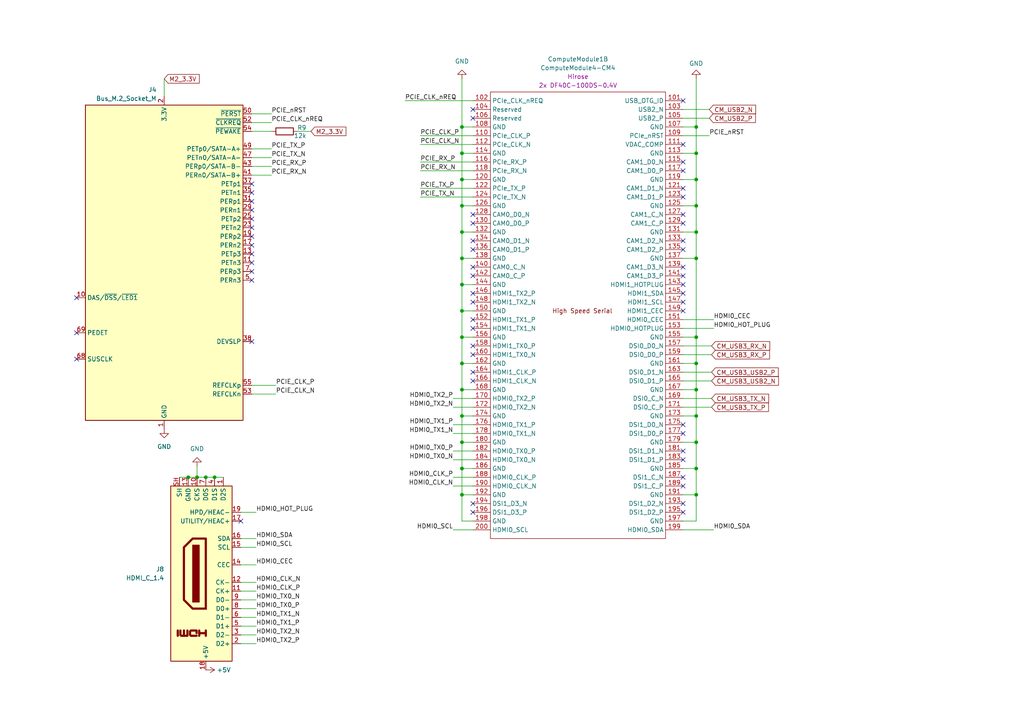
<source format=kicad_sch>
(kicad_sch (version 20231120) (generator "eeschema") (generator_version "8.0")
  (paper "A4")
  (lib_symbols
    (symbol "Connector:Bus_M.2_Socket_M"
      (property "Reference" "J" (at -22.86 46.99 0))
      (property "Value" "Bus_M.2_Socket_M" (at 16.51 46.99 0))
      (symbol "Bus_M.2_Socket_M_0_1"
        (rectangle (start -22.86 45.72) (end 22.86 -45.72) (stroke (width 0.254)) (fill (type background)))
      )
      (symbol "Bus_M.2_Socket_M_1_1"
        (pin power_in line (at 0 -48.26 90) (length 2.54) (name "GND") (number "1"))
        (pin bidirectional line (at 25.4 -10.16 180) (length 2.54) (name "DAS/~{DSS}/~{LED1}") (number "10"))
        (pin output line (at -25.4 0 0) (length 2.54) (name "PETn3") (number "11"))
        (pin passive line (at 0 48.26 270) (length 2.54) hide (name "3.3V") (number "12"))
        (pin output line (at -25.4 2.54 0) (length 2.54) (name "PETp3") (number "13"))
        (pin passive line (at 0 48.26 270) (length 2.54) hide (name "3.3V") (number "14"))
        (pin passive line (at 0 -48.26 90) (length 2.54) hide (name "GND") (number "15"))
        (pin passive line (at 0 48.26 270) (length 2.54) hide (name "3.3V") (number "16"))
        (pin input line (at -25.4 5.08 0) (length 2.54) (name "PERn2") (number "17"))
        (pin passive line (at 0 48.26 270) (length 2.54) hide (name "3.3V") (number "18"))
        (pin input line (at -25.4 7.62 0) (length 2.54) (name "PERp2") (number "19"))
        (pin power_in line (at 0 48.26 270) (length 2.54) (name "3.3V") (number "2"))
        (pin no_connect line (at 22.86 2.54 180) (length 2.54) hide (name "NC") (number "20"))
        (pin passive line (at 0 -48.26 90) (length 2.54) hide (name "GND") (number "21"))
        (pin no_connect line (at 22.86 5.08 180) (length 2.54) hide (name "NC") (number "22"))
        (pin output line (at -25.4 10.16 0) (length 2.54) (name "PETn2") (number "23"))
        (pin no_connect line (at 22.86 7.62 180) (length 2.54) hide (name "NC") (number "24"))
        (pin output line (at -25.4 12.7 0) (length 2.54) (name "PETp2") (number "25"))
        (pin no_connect line (at 22.86 10.16 180) (length 2.54) hide (name "NC") (number "26"))
        (pin passive line (at 0 -48.26 90) (length 2.54) hide (name "GND") (number "27"))
        (pin no_connect line (at 22.86 12.7 180) (length 2.54) hide (name "NC") (number "28"))
        (pin input line (at -25.4 15.24 0) (length 2.54) (name "PERn1") (number "29"))
        (pin passive line (at 0 -48.26 90) (length 2.54) hide (name "GND") (number "3"))
        (pin no_connect line (at 22.86 15.24 180) (length 2.54) hide (name "NC") (number "30"))
        (pin input line (at -25.4 17.78 0) (length 2.54) (name "PERp1") (number "31"))
        (pin no_connect line (at 22.86 17.78 180) (length 2.54) hide (name "NC") (number "32"))
        (pin passive line (at 0 -48.26 90) (length 2.54) hide (name "GND") (number "33"))
        (pin no_connect line (at 22.86 20.32 180) (length 2.54) hide (name "NC") (number "34"))
        (pin output line (at -25.4 20.32 0) (length 2.54) (name "PETn1") (number "35"))
        (pin no_connect line (at 22.86 22.86 180) (length 2.54) hide (name "NC") (number "36"))
        (pin output line (at -25.4 22.86 0) (length 2.54) (name "PETp1") (number "37"))
        (pin output line (at -25.4 -22.86 0) (length 2.54) (name "DEVSLP") (number "38"))
        (pin passive line (at 0 -48.26 90) (length 2.54) hide (name "GND") (number "39"))
        (pin passive line (at 0 48.26 270) (length 2.54) hide (name "3.3V") (number "4"))
        (pin no_connect line (at 22.86 25.4 180) (length 2.54) hide (name "NC") (number "40"))
        (pin input line (at -25.4 25.4 0) (length 2.54) (name "PERn0/SATA-B+") (number "41"))
        (pin no_connect line (at 22.86 27.94 180) (length 2.54) hide (name "NC") (number "42"))
        (pin input line (at -25.4 27.94 0) (length 2.54) (name "PERp0/SATA-B-") (number "43"))
        (pin no_connect line (at 22.86 30.48 180) (length 2.54) hide (name "NC") (number "44"))
        (pin passive line (at 0 -48.26 90) (length 2.54) hide (name "GND") (number "45"))
        (pin no_connect line (at 22.86 33.02 180) (length 2.54) hide (name "NC") (number "46"))
        (pin output line (at -25.4 30.48 0) (length 2.54) (name "PETn0/SATA-A-") (number "47"))
        (pin no_connect line (at 22.86 35.56 180) (length 2.54) hide (name "NC") (number "48"))
        (pin output line (at -25.4 33.02 0) (length 2.54) (name "PETp0/SATA-A+") (number "49"))
        (pin input line (at -25.4 -5.08 0) (length 2.54) (name "PERn3") (number "5"))
        (pin output line (at -25.4 43.18 0) (length 2.54) (name "~{PERST}") (number "50"))
        (pin passive line (at 0 -48.26 90) (length 2.54) hide (name "GND") (number "51"))
        (pin bidirectional line (at -25.4 40.64 0) (length 2.54) (name "~{CLKREQ}") (number "52"))
        (pin output line (at -25.4 -38.1 0) (length 2.54) (name "REFCLKn") (number "53"))
        (pin bidirectional line (at -25.4 38.1 0) (length 2.54) (name "~{PEWAKE}") (number "54"))
        (pin output line (at -25.4 -35.56 0) (length 2.54) (name "REFCLKp") (number "55"))
        (pin no_connect line (at 22.86 38.1 180) (length 2.54) hide (name "NC") (number "56"))
        (pin passive line (at 0 -48.26 90) (length 2.54) hide (name "GND") (number "57"))
        (pin no_connect line (at 22.86 40.64 180) (length 2.54) hide (name "NC") (number "58"))
        (pin no_connect line (at 22.86 -2.54 180) (length 2.54) hide (name "NC") (number "6"))
        (pin no_connect line (at 22.86 -5.08 180) (length 2.54) hide (name "NC") (number "67"))
        (pin output line (at 25.4 -27.94 180) (length 2.54) (name "SUSCLK") (number "68"))
        (pin passive line (at 25.4 -20.32 180) (length 2.54) (name "PEDET") (number "69"))
        (pin input line (at -25.4 -2.54 0) (length 2.54) (name "PERp3") (number "7"))
        (pin passive line (at 0 48.26 270) (length 2.54) hide (name "3.3V") (number "70"))
        (pin passive line (at 0 -48.26 90) (length 2.54) hide (name "GND") (number "71"))
        (pin passive line (at 0 48.26 270) (length 2.54) hide (name "3.3V") (number "72"))
        (pin passive line (at 0 -48.26 90) (length 2.54) hide (name "GND") (number "73"))
        (pin passive line (at 0 48.26 270) (length 2.54) hide (name "3.3V") (number "74"))
        (pin passive line (at 0 -48.26 90) (length 2.54) hide (name "GND") (number "75"))
        (pin no_connect line (at 22.86 0 180) (length 2.54) hide (name "NC") (number "8"))
        (pin passive line (at 0 -48.26 90) (length 2.54) hide (name "GND") (number "9"))
      )
    )
    (symbol "Connector:HDMI_C_1.4"
      (property "Reference" "J" (at -6.35 26.67 0))
      (property "Value" "HDMI_C_1.4" (at 10.16 26.67 0))
      (symbol "HDMI_C_1.4_0_0"
        (polyline (pts (xy 8.128 16.51) (xy 8.128 18.034)) (stroke (width 0.635)))
        (polyline (pts (xy 0 16.51) (xy 0 18.034) (xy 0 17.272) (xy 1.905 17.272) (xy 1.905 18.034) (xy 1.905 16.51)) (stroke (width 0.635)))
        (polyline (pts (xy 2.667 18.034) (xy 4.318 18.034) (xy 4.572 17.78) (xy 4.572 16.764) (xy 4.318 16.51) (xy 2.667 16.51) (xy 2.667 17.272)) (stroke (width 0.635)))
      )
      (symbol "HDMI_C_1.4_0_1"
        (rectangle (start -7.62 25.4) (end 10.16 -25.4) (stroke (width 0.254)) (fill (type background)))
        (polyline (pts (xy 0 10.16) (xy 3.81 10.16) (xy 6.35 7.62) (xy 6.35 -7.62) (xy 3.81 -10.16) (xy 0 -10.16) (xy 0 10.16)) (stroke (width 0.635)))
        (polyline (pts (xy 5.334 16.51) (xy 5.334 18.034) (xy 6.35 18.034) (xy 6.35 16.51) (xy 6.35 18.034) (xy 7.112 18.034) (xy 7.366 17.78) (xy 7.366 16.51)) (stroke (width 0.635)))
        (rectangle (start 1.905 8.255) (end 3.81 -8.255) (stroke (width 0.254)) (fill (type outline)))
      )
      (symbol "HDMI_C_1.4_1_1"
        (pin power_in line (at -5.08 -27.94 90) (length 2.54) (name "D2S") (number "1"))
        (pin power_in line (at 2.54 -27.94 90) (length 2.54) (name "CKS") (number "10"))
        (pin passive line (at -10.16 5.08 0) (length 2.54) (name "CK+") (number "11"))
        (pin passive line (at -10.16 2.54 0) (length 2.54) (name "CK-") (number "12"))
        (pin power_in line (at 5.08 -27.94 90) (length 2.54) (name "GND") (number "13"))
        (pin bidirectional line (at -10.16 -2.54 0) (length 2.54) (name "CEC") (number "14"))
        (pin passive line (at -10.16 -7.62 0) (length 2.54) (name "SCL") (number "15"))
        (pin bidirectional line (at -10.16 -10.16 0) (length 2.54) (name "SDA") (number "16"))
        (pin passive line (at -10.16 -15.24 0) (length 2.54) (name "UTILITY/HEAC+") (number "17"))
        (pin power_in line (at 0 27.94 270) (length 2.54) (name "+5V") (number "18"))
        (pin passive line (at -10.16 -17.78 0) (length 2.54) (name "HPD/HEAC-") (number "19"))
        (pin passive line (at -10.16 20.32 0) (length 2.54) (name "D2+") (number "2"))
        (pin passive line (at -10.16 17.78 0) (length 2.54) (name "D2-") (number "3"))
        (pin power_in line (at -2.54 -27.94 90) (length 2.54) (name "D1S") (number "4"))
        (pin passive line (at -10.16 15.24 0) (length 2.54) (name "D1+") (number "5"))
        (pin passive line (at -10.16 12.7 0) (length 2.54) (name "D1-") (number "6"))
        (pin power_in line (at 0 -27.94 90) (length 2.54) (name "D0S") (number "7"))
        (pin passive line (at -10.16 10.16 0) (length 2.54) (name "D0+") (number "8"))
        (pin passive line (at -10.16 7.62 0) (length 2.54) (name "D0-") (number "9"))
        (pin passive line (at 7.62 -27.94 90) (length 2.54) (name "SH") (number "SH"))
      )
    )
    (symbol "Device:R" (pin_numbers hide) (pin_names (offset 0))
      (property "Reference" "R" (at 2.032 0 90))
      (property "Value" "R" (at 0 0 90))
      (symbol "R_0_1"
        (rectangle (start -1.016 -2.54) (end 1.016 2.54) (stroke (width 0.254)))
      )
      (symbol "R_1_1"
        (pin passive line (at 0 3.81 270) (length 1.27) (name "~") (number "1"))
        (pin passive line (at 0 -3.81 90) (length 1.27) (name "~") (number "2"))
      )
    )
    (symbol "PiCard:ComputeModule4-CM4"
      (property "Reference" "Module" (at 113.03 -68.58 0))
      (property "Value" "ComputeModule4-CM4" (at 140.97 2.54 0))
      (property "Field4" "Hirose" (at 0 0 0))
      (property "Field5" "2x DF40C-100DS-0.4V" (at 0 -2.54 0))
      (symbol "ComputeModule4-CM4_1_0"
        (text "GPIO" (at 0 6.35 0) (effects (font (size 1.27 1.27))))
      )
      (symbol "ComputeModule4-CM4_1_1"
        (rectangle (start -30.48 -71.12) (end 25.4 58.42))
        (text "600mA Max" (at -8.89 -53.34 0) (effects (font (size 1.27 1.27))))
        (text "600mA Max" (at -8.89 -48.26 0) (effects (font (size 1.27 1.27))))
        (text "NB SD signals are only available" (at -1.27 -27.94 0) (effects (font (size 1.27 1.27))))
        (text "on modules without eMMC" (at -1.27 -30.48 0) (effects (font (size 1.27 1.27))))
        (pin power_in line (at 27.94 55.88 180) (length 2.54) (name "GND") (number "1"))
        (pin passive line (at -33.02 45.72 0) (length 2.54) (name "Ethernet_Pair0_N") (number "10"))
        (pin output line (at -33.02 -68.58 0) (length 2.54) (name "nEXTRST") (number "100"))
        (pin passive line (at 27.94 43.18 180) (length 2.54) (name "Ethernet_Pair2_P") (number "11"))
        (pin passive line (at -33.02 43.18 0) (length 2.54) (name "Ethernet_Pair0_P") (number "12"))
        (pin power_in line (at 27.94 40.64 180) (length 2.54) (name "GND") (number "13"))
        (pin power_in line (at -33.02 40.64 0) (length 2.54) (name "GND") (number "14"))
        (pin output line (at 27.94 38.1 180) (length 2.54) (name "Ethernet_nLED3(3.3v)") (number "15"))
        (pin input line (at -33.02 38.1 0) (length 2.54) (name "Ethernet_SYNC_IN(1.8v)") (number "16"))
        (pin output line (at 27.94 35.56 180) (length 2.54) (name "Ethernet_nLED2(3.3v)") (number "17"))
        (pin input line (at -33.02 35.56 0) (length 2.54) (name "Ethernet_SYNC_OUT(1.8v)") (number "18"))
        (pin output line (at 27.94 33.02 180) (length 2.54) (name "Ethernet_nLED1(3.3v)") (number "19"))
        (pin power_in line (at -33.02 55.88 0) (length 2.54) (name "GND") (number "2"))
        (pin passive line (at -33.02 33.02 0) (length 2.54) (name "EEPROM_nWP") (number "20"))
        (pin open_collector line (at 27.94 30.48 180) (length 2.54) (name "PI_nLED_Activity") (number "21"))
        (pin power_in line (at -33.02 30.48 0) (length 2.54) (name "GND") (number "22"))
        (pin power_in line (at 27.94 27.94 180) (length 2.54) (name "GND") (number "23"))
        (pin passive line (at -33.02 27.94 0) (length 2.54) (name "GPIO26") (number "24"))
        (pin passive line (at 27.94 25.4 180) (length 2.54) (name "GPIO21") (number "25"))
        (pin passive line (at -33.02 25.4 0) (length 2.54) (name "GPIO19") (number "26"))
        (pin passive line (at 27.94 22.86 180) (length 2.54) (name "GPIO20") (number "27"))
        (pin passive line (at -33.02 22.86 0) (length 2.54) (name "GPIO13") (number "28"))
        (pin passive line (at 27.94 20.32 180) (length 2.54) (name "GPIO16") (number "29"))
        (pin passive line (at 27.94 53.34 180) (length 2.54) (name "Ethernet_Pair3_P") (number "3"))
        (pin passive line (at -33.02 20.32 0) (length 2.54) (name "GPIO6") (number "30"))
        (pin passive line (at 27.94 17.78 180) (length 2.54) (name "GPIO12") (number "31"))
        (pin power_in line (at -33.02 17.78 0) (length 2.54) (name "GND") (number "32"))
        (pin power_in line (at 27.94 15.24 180) (length 2.54) (name "GND") (number "33"))
        (pin passive line (at -33.02 15.24 0) (length 2.54) (name "GPIO5") (number "34"))
        (pin passive line (at 27.94 12.7 180) (length 2.54) (name "ID_SC") (number "35"))
        (pin passive line (at -33.02 12.7 0) (length 2.54) (name "ID_SD") (number "36"))
        (pin passive line (at 27.94 10.16 180) (length 2.54) (name "GPIO7") (number "37"))
        (pin passive line (at -33.02 10.16 0) (length 2.54) (name "GPIO11") (number "38"))
        (pin passive line (at 27.94 7.62 180) (length 2.54) (name "GPIO8") (number "39"))
        (pin passive line (at -33.02 53.34 0) (length 2.54) (name "Ethernet_Pair1_P") (number "4"))
        (pin passive line (at -33.02 7.62 0) (length 2.54) (name "GPIO9") (number "40"))
        (pin passive line (at 27.94 5.08 180) (length 2.54) (name "GPIO25") (number "41"))
        (pin power_in line (at -33.02 5.08 0) (length 2.54) (name "GND") (number "42"))
        (pin power_in line (at 27.94 2.54 180) (length 2.54) (name "GND") (number "43"))
        (pin passive line (at -33.02 2.54 0) (length 2.54) (name "GPIO10") (number "44"))
        (pin passive line (at 27.94 0 180) (length 2.54) (name "GPIO24") (number "45"))
        (pin passive line (at -33.02 0 0) (length 2.54) (name "GPIO22") (number "46"))
        (pin passive line (at 27.94 -2.54 180) (length 2.54) (name "GPIO23") (number "47"))
        (pin passive line (at -33.02 -2.54 0) (length 2.54) (name "GPIO27") (number "48"))
        (pin passive line (at 27.94 -5.08 180) (length 2.54) (name "GPIO18") (number "49"))
        (pin passive line (at 27.94 50.8 180) (length 2.54) (name "Ethernet_Pair3_N") (number "5"))
        (pin passive line (at -33.02 -5.08 0) (length 2.54) (name "GPIO17") (number "50"))
        (pin passive line (at 27.94 -7.62 180) (length 2.54) (name "GPIO15") (number "51"))
        (pin power_in line (at -33.02 -7.62 0) (length 2.54) (name "GND") (number "52"))
        (pin power_in line (at 27.94 -10.16 180) (length 2.54) (name "GND") (number "53"))
        (pin passive line (at -33.02 -10.16 0) (length 2.54) (name "GPIO4") (number "54"))
        (pin passive line (at 27.94 -12.7 180) (length 2.54) (name "GPIO14") (number "55"))
        (pin passive line (at -33.02 -12.7 0) (length 2.54) (name "GPIO3") (number "56"))
        (pin passive line (at 27.94 -15.24 180) (length 2.54) (name "SD_CLK") (number "57"))
        (pin passive line (at -33.02 -15.24 0) (length 2.54) (name "GPIO2") (number "58"))
        (pin power_in line (at 27.94 -17.78 180) (length 2.54) (name "GND") (number "59"))
        (pin passive line (at -33.02 50.8 0) (length 2.54) (name "Ethernet_Pair1_N") (number "6"))
        (pin power_in line (at -33.02 -17.78 0) (length 2.54) (name "GND") (number "60"))
        (pin passive line (at 27.94 -20.32 180) (length 2.54) (name "SD_DAT3") (number "61"))
        (pin passive line (at -33.02 -20.32 0) (length 2.54) (name "SD_CMD") (number "62"))
        (pin passive line (at 27.94 -22.86 180) (length 2.54) (name "SD_DAT0") (number "63"))
        (pin passive line (at -33.02 -22.86 0) (length 2.54) (name "SD_DAT5") (number "64"))
        (pin power_in line (at 27.94 -25.4 180) (length 2.54) (name "GND") (number "65"))
        (pin power_in line (at -33.02 -25.4 0) (length 2.54) (name "GND") (number "66"))
        (pin passive line (at 27.94 -27.94 180) (length 2.54) (name "SD_DAT1") (number "67"))
        (pin passive line (at -33.02 -27.94 0) (length 2.54) (name "SD_DAT4") (number "68"))
        (pin passive line (at 27.94 -30.48 180) (length 2.54) (name "SD_DAT2") (number "69"))
        (pin power_in line (at 27.94 48.26 180) (length 2.54) (name "GND") (number "7"))
        (pin passive line (at -33.02 -30.48 0) (length 2.54) (name "SD_DAT7") (number "70"))
        (pin power_in line (at 27.94 -33.02 180) (length 2.54) (name "GND") (number "71"))
        (pin passive line (at -33.02 -33.02 0) (length 2.54) (name "SD_DAT6") (number "72"))
        (pin input line (at 27.94 -35.56 180) (length 2.54) (name "SD_VDD_Override") (number "73"))
        (pin power_in line (at -33.02 -35.56 0) (length 2.54) (name "GND") (number "74"))
        (pin output line (at 27.94 -38.1 180) (length 2.54) (name "SD_PWR_ON") (number "75"))
        (pin passive line (at -33.02 -38.1 0) (length 2.54) (name "Reserved") (number "76"))
        (pin power_in line (at 27.94 -40.64 180) (length 2.54) (name "+5v_(Input)") (number "77"))
        (pin power_in line (at -33.02 -40.64 0) (length 2.54) (name "GPIO_VREF(1.8v/3.3v_Input)") (number "78"))
        (pin power_in line (at 27.94 -43.18 180) (length 2.54) (name "+5v_(Input)") (number "79"))
        (pin power_in line (at -33.02 48.26 0) (length 2.54) (name "GND") (number "8"))
        (pin passive line (at -33.02 -43.18 0) (length 2.54) (name "SCL0") (number "80"))
        (pin power_in line (at 27.94 -45.72 180) (length 2.54) (name "+5v_(Input)") (number "81"))
        (pin passive line (at -33.02 -45.72 0) (length 2.54) (name "SDA0") (number "82"))
        (pin power_in line (at 27.94 -48.26 180) (length 2.54) (name "+5v_(Input)") (number "83"))
        (pin power_out line (at -33.02 -48.26 0) (length 2.54) (name "+3.3v_(Output)") (number "84"))
        (pin power_in line (at 27.94 -50.8 180) (length 2.54) (name "+5v_(Input)") (number "85"))
        (pin power_out line (at -33.02 -50.8 0) (length 2.54) (name "+3.3v_(Output)") (number "86"))
        (pin power_in line (at 27.94 -53.34 180) (length 2.54) (name "+5v_(Input)") (number "87"))
        (pin power_out line (at -33.02 -53.34 0) (length 2.54) (name "+1.8v_(Output)") (number "88"))
        (pin power_in line (at 27.94 -55.88 180) (length 2.54) (name "WiFi_nDisable") (number "89"))
        (pin passive line (at 27.94 45.72 180) (length 2.54) (name "Ethernet_Pair2_N") (number "9"))
        (pin power_out line (at -33.02 -55.88 0) (length 2.54) (name "+1.8v_(Output)") (number "90"))
        (pin power_in line (at 27.94 -58.42 180) (length 2.54) (name "BT_nDisable") (number "91"))
        (pin passive line (at -33.02 -58.42 0) (length 2.54) (name "RUN_PG") (number "92"))
        (pin input line (at 27.94 -60.96 180) (length 2.54) (name "nRPIBOOT") (number "93"))
        (pin passive line (at -33.02 -60.96 0) (length 2.54) (name "AnalogIP1") (number "94"))
        (pin output line (at 27.94 -63.5 180) (length 2.54) (name "nPI_LED_PWR") (number "95"))
        (pin passive line (at -33.02 -63.5 0) (length 2.54) (name "AnalogIP0") (number "96"))
        (pin passive line (at 27.94 -66.04 180) (length 2.54) (name "Camera_GPIO") (number "97"))
        (pin power_in line (at -33.02 -66.04 0) (length 2.54) (name "GND") (number "98"))
        (pin input line (at 27.94 -68.58 180) (length 2.54) (name "Global_EN") (number "99"))
      )
      (symbol "ComputeModule4-CM4_2_1"
        (rectangle (start 114.3 -66.04) (end 165.1 63.5))
        (text "High Speed Serial" (at 140.97 0 0) (effects (font (size 1.27 1.27))))
        (pin input line (at 170.18 60.96 180) (length 5.08) (name "USB_OTG_ID") (number "101"))
        (pin input line (at 109.22 60.96 0) (length 5.08) (name "PCIe_CLK_nREQ") (number "102"))
        (pin passive line (at 170.18 58.42 180) (length 5.08) (name "USB2_N") (number "103"))
        (pin passive line (at 109.22 58.42 0) (length 5.08) (name "Reserved") (number "104"))
        (pin passive line (at 170.18 55.88 180) (length 5.08) (name "USB2_P") (number "105"))
        (pin passive line (at 109.22 55.88 0) (length 5.08) (name "Reserved") (number "106"))
        (pin power_in line (at 170.18 53.34 180) (length 5.08) (name "GND") (number "107"))
        (pin power_in line (at 109.22 53.34 0) (length 5.08) (name "GND") (number "108"))
        (pin bidirectional line (at 170.18 50.8 180) (length 5.08) (name "PCIe_nRST") (number "109"))
        (pin output line (at 109.22 50.8 0) (length 5.08) (name "PCIe_CLK_P") (number "110"))
        (pin passive line (at 170.18 48.26 180) (length 5.08) (name "VDAC_COMP") (number "111"))
        (pin output line (at 109.22 48.26 0) (length 5.08) (name "PCIe_CLK_N") (number "112"))
        (pin power_in line (at 170.18 45.72 180) (length 5.08) (name "GND") (number "113"))
        (pin power_in line (at 109.22 45.72 0) (length 5.08) (name "GND") (number "114"))
        (pin input line (at 170.18 43.18 180) (length 5.08) (name "CAM1_D0_N") (number "115"))
        (pin input line (at 109.22 43.18 0) (length 5.08) (name "PCIe_RX_P") (number "116"))
        (pin input line (at 170.18 40.64 180) (length 5.08) (name "CAM1_D0_P") (number "117"))
        (pin input line (at 109.22 40.64 0) (length 5.08) (name "PCIe_RX_N") (number "118"))
        (pin power_in line (at 170.18 38.1 180) (length 5.08) (name "GND") (number "119"))
        (pin power_in line (at 109.22 38.1 0) (length 5.08) (name "GND") (number "120"))
        (pin input line (at 170.18 35.56 180) (length 5.08) (name "CAM1_D1_N") (number "121"))
        (pin output line (at 109.22 35.56 0) (length 5.08) (name "PCIe_TX_P") (number "122"))
        (pin input line (at 170.18 33.02 180) (length 5.08) (name "CAM1_D1_P") (number "123"))
        (pin output line (at 109.22 33.02 0) (length 5.08) (name "PCIe_TX_N") (number "124"))
        (pin power_in line (at 170.18 30.48 180) (length 5.08) (name "GND") (number "125"))
        (pin power_in line (at 109.22 30.48 0) (length 5.08) (name "GND") (number "126"))
        (pin input line (at 170.18 27.94 180) (length 5.08) (name "CAM1_C_N") (number "127"))
        (pin input line (at 109.22 27.94 0) (length 5.08) (name "CAM0_D0_N") (number "128"))
        (pin input line (at 170.18 25.4 180) (length 5.08) (name "CAM1_C_P") (number "129"))
        (pin input line (at 109.22 25.4 0) (length 5.08) (name "CAM0_D0_P") (number "130"))
        (pin power_in line (at 170.18 22.86 180) (length 5.08) (name "GND") (number "131"))
        (pin power_in line (at 109.22 22.86 0) (length 5.08) (name "GND") (number "132"))
        (pin input line (at 170.18 20.32 180) (length 5.08) (name "CAM1_D2_N") (number "133"))
        (pin input line (at 109.22 20.32 0) (length 5.08) (name "CAM0_D1_N") (number "134"))
        (pin input line (at 170.18 17.78 180) (length 5.08) (name "CAM1_D2_P") (number "135"))
        (pin input line (at 109.22 17.78 0) (length 5.08) (name "CAM0_D1_P") (number "136"))
        (pin power_in line (at 170.18 15.24 180) (length 5.08) (name "GND") (number "137"))
        (pin power_in line (at 109.22 15.24 0) (length 5.08) (name "GND") (number "138"))
        (pin input line (at 170.18 12.7 180) (length 5.08) (name "CAM1_D3_N") (number "139"))
        (pin input line (at 109.22 12.7 0) (length 5.08) (name "CAM0_C_N") (number "140"))
        (pin input line (at 170.18 10.16 180) (length 5.08) (name "CAM1_D3_P") (number "141"))
        (pin input line (at 109.22 10.16 0) (length 5.08) (name "CAM0_C_P") (number "142"))
        (pin input line (at 170.18 7.62 180) (length 5.08) (name "HDMI1_HOTPLUG") (number "143"))
        (pin power_in line (at 109.22 7.62 0) (length 5.08) (name "GND") (number "144"))
        (pin bidirectional line (at 170.18 5.08 180) (length 5.08) (name "HDMI1_SDA") (number "145"))
        (pin output line (at 109.22 5.08 0) (length 5.08) (name "HDMI1_TX2_P") (number "146"))
        (pin open_collector line (at 170.18 2.54 180) (length 5.08) (name "HDMI1_SCL") (number "147"))
        (pin output line (at 109.22 2.54 0) (length 5.08) (name "HDMI1_TX2_N") (number "148"))
        (pin open_collector line (at 170.18 0 180) (length 5.08) (name "HDMI1_CEC") (number "149"))
        (pin power_in line (at 109.22 0 0) (length 5.08) (name "GND") (number "150"))
        (pin open_collector line (at 170.18 -2.54 180) (length 5.08) (name "HDMI0_CEC") (number "151"))
        (pin output line (at 109.22 -2.54 0) (length 5.08) (name "HDMI1_TX1_P") (number "152"))
        (pin input line (at 170.18 -5.08 180) (length 5.08) (name "HDMI0_HOTPLUG") (number "153"))
        (pin output line (at 109.22 -5.08 0) (length 5.08) (name "HDMI1_TX1_N") (number "154"))
        (pin power_in line (at 170.18 -7.62 180) (length 5.08) (name "GND") (number "155"))
        (pin power_in line (at 109.22 -7.62 0) (length 5.08) (name "GND") (number "156"))
        (pin output line (at 170.18 -10.16 180) (length 5.08) (name "DSI0_D0_N") (number "157"))
        (pin output line (at 109.22 -10.16 0) (length 5.08) (name "HDMI1_TX0_P") (number "158"))
        (pin output line (at 170.18 -12.7 180) (length 5.08) (name "DSI0_D0_P") (number "159"))
        (pin output line (at 109.22 -12.7 0) (length 5.08) (name "HDMI1_TX0_N") (number "160"))
        (pin power_in line (at 170.18 -15.24 180) (length 5.08) (name "GND") (number "161"))
        (pin power_in line (at 109.22 -15.24 0) (length 5.08) (name "GND") (number "162"))
        (pin output line (at 170.18 -17.78 180) (length 5.08) (name "DSI0_D1_N") (number "163"))
        (pin output line (at 109.22 -17.78 0) (length 5.08) (name "HDMI1_CLK_P") (number "164"))
        (pin output line (at 170.18 -20.32 180) (length 5.08) (name "DSI0_D1_P") (number "165"))
        (pin output line (at 109.22 -20.32 0) (length 5.08) (name "HDMI1_CLK_N") (number "166"))
        (pin power_in line (at 170.18 -22.86 180) (length 5.08) (name "GND") (number "167"))
        (pin power_in line (at 109.22 -22.86 0) (length 5.08) (name "GND") (number "168"))
        (pin output line (at 170.18 -25.4 180) (length 5.08) (name "DSI0_C_N") (number "169"))
        (pin output line (at 109.22 -25.4 0) (length 5.08) (name "HDMI0_TX2_P") (number "170"))
        (pin output line (at 170.18 -27.94 180) (length 5.08) (name "DSI0_C_P") (number "171"))
        (pin output line (at 109.22 -27.94 0) (length 5.08) (name "HDMI0_TX2_N") (number "172"))
        (pin power_in line (at 170.18 -30.48 180) (length 5.08) (name "GND") (number "173"))
        (pin power_in line (at 109.22 -30.48 0) (length 5.08) (name "GND") (number "174"))
        (pin output line (at 170.18 -33.02 180) (length 5.08) (name "DSI1_D0_N") (number "175"))
        (pin output line (at 109.22 -33.02 0) (length 5.08) (name "HDMI0_TX1_P") (number "176"))
        (pin output line (at 170.18 -35.56 180) (length 5.08) (name "DSI1_D0_P") (number "177"))
        (pin output line (at 109.22 -35.56 0) (length 5.08) (name "HDMI0_TX1_N") (number "178"))
        (pin power_in line (at 170.18 -38.1 180) (length 5.08) (name "GND") (number "179"))
        (pin power_in line (at 109.22 -38.1 0) (length 5.08) (name "GND") (number "180"))
        (pin output line (at 170.18 -40.64 180) (length 5.08) (name "DSI1_D1_N") (number "181"))
        (pin output line (at 109.22 -40.64 0) (length 5.08) (name "HDMI0_TX0_P") (number "182"))
        (pin output line (at 170.18 -43.18 180) (length 5.08) (name "DSI1_D1_P") (number "183"))
        (pin output line (at 109.22 -43.18 0) (length 5.08) (name "HDMI0_TX0_N") (number "184"))
        (pin power_in line (at 170.18 -45.72 180) (length 5.08) (name "GND") (number "185"))
        (pin power_in line (at 109.22 -45.72 0) (length 5.08) (name "GND") (number "186"))
        (pin output line (at 170.18 -48.26 180) (length 5.08) (name "DSI1_C_N") (number "187"))
        (pin output line (at 109.22 -48.26 0) (length 5.08) (name "HDMI0_CLK_P") (number "188"))
        (pin output line (at 170.18 -50.8 180) (length 5.08) (name "DSI1_C_P") (number "189"))
        (pin output line (at 109.22 -50.8 0) (length 5.08) (name "HDMI0_CLK_N") (number "190"))
        (pin power_in line (at 170.18 -53.34 180) (length 5.08) (name "GND") (number "191"))
        (pin power_in line (at 109.22 -53.34 0) (length 5.08) (name "GND") (number "192"))
        (pin output line (at 170.18 -55.88 180) (length 5.08) (name "DSI1_D2_N") (number "193"))
        (pin output line (at 109.22 -55.88 0) (length 5.08) (name "DSI1_D3_N") (number "194"))
        (pin output line (at 170.18 -58.42 180) (length 5.08) (name "DSI1_D2_P") (number "195"))
        (pin output line (at 109.22 -58.42 0) (length 5.08) (name "DSI1_D3_P") (number "196"))
        (pin power_in line (at 170.18 -60.96 180) (length 5.08) (name "GND") (number "197"))
        (pin power_in line (at 109.22 -60.96 0) (length 5.08) (name "GND") (number "198"))
        (pin bidirectional line (at 170.18 -63.5 180) (length 5.08) (name "HDMI0_SDA") (number "199"))
        (pin open_collector line (at 109.22 -63.5 0) (length 5.08) (name "HDMI0_SCL") (number "200"))
      )
    )
    (symbol "power:+5V" (power) (pin_names (offset 0))
      (property "Value" "+5V" (at 0 3.556 0))
      (symbol "+5V_0_1"
        (polyline (pts (xy -0.762 1.27) (xy 0 2.54)))
        (polyline (pts (xy 0 0) (xy 0 2.54)))
        (polyline (pts (xy 0 2.54) (xy 0.762 1.27)))
      )
      (symbol "+5V_1_1"
        (pin power_in line (at 0 0 90) (length 0) hide (name "+5V") (number "1"))
      )
    )
    (symbol "power:GND" (power) (pin_names (offset 0))
      (property "Value" "GND" (at 0 -3.81 0))
      (symbol "GND_0_1"
        (polyline (pts (xy 0 0) (xy 0 -1.27) (xy 1.27 -1.27) (xy 0 -2.54) (xy -1.27 -1.27) (xy 0 -1.27)))
      )
      (symbol "GND_1_1"
        (pin power_in line (at 0 0 270) (length 0) hide (name "GND") (number "1"))
      )
    )
  )
  (junction (at 133.985 113.03))
  (junction (at 201.93 52.07))
  (junction (at 201.93 143.51))
  (junction (at 133.985 74.93))
  (junction (at 62.23 138.43))
  (junction (at 57.15 138.43))
  (junction (at 133.985 135.89))
  (junction (at 133.985 128.27))
  (junction (at 201.93 113.03))
  (junction (at 201.93 135.89))
  (junction (at 133.985 36.83))
  (junction (at 201.93 105.41))
  (junction (at 201.93 74.93))
  (junction (at 133.985 67.31))
  (junction (at 201.93 59.69))
  (junction (at 59.69 138.43))
  (junction (at 133.985 59.69))
  (junction (at 201.93 97.79))
  (junction (at 133.985 44.45))
  (junction (at 201.93 120.65))
  (junction (at 201.93 67.31))
  (junction (at 133.985 82.55))
  (junction (at 133.985 52.07))
  (junction (at 133.985 90.17))
  (junction (at 133.985 143.51))
  (junction (at 133.985 120.65))
  (junction (at 133.985 97.79))
  (junction (at 201.93 128.27))
  (junction (at 201.93 44.45))
  (junction (at 201.93 36.83))
  (junction (at 133.985 105.41))
  (junction (at 54.61 138.43))
  (no_connect (at 198.12 130.81))
  (no_connect (at 198.12 133.35))
  (no_connect (at 137.16 87.63))
  (no_connect (at 198.12 80.01))
  (no_connect (at 73.025 66.04))
  (no_connect (at 22.225 96.52))
  (no_connect (at 137.16 77.47))
  (no_connect (at 137.16 34.29))
  (no_connect (at 137.16 95.25))
  (no_connect (at 198.12 82.55))
  (no_connect (at 198.12 125.73))
  (no_connect (at 137.16 69.85))
  (no_connect (at 137.16 72.39))
  (no_connect (at 73.025 60.96))
  (no_connect (at 198.12 87.63))
  (no_connect (at 198.12 77.47))
  (no_connect (at 198.12 49.53))
  (no_connect (at 198.12 64.77))
  (no_connect (at 137.16 80.01))
  (no_connect (at 198.12 72.39))
  (no_connect (at 22.225 86.36))
  (no_connect (at 198.12 62.23))
  (no_connect (at 73.025 76.2))
  (no_connect (at 73.025 63.5))
  (no_connect (at 137.16 92.71))
  (no_connect (at 69.85 151.13))
  (no_connect (at 137.16 85.09))
  (no_connect (at 198.12 148.59))
  (no_connect (at 198.12 90.17))
  (no_connect (at 137.16 100.33))
  (no_connect (at 198.12 138.43))
  (no_connect (at 137.16 102.87))
  (no_connect (at 198.12 146.05))
  (no_connect (at 198.12 54.61))
  (no_connect (at 73.025 55.88))
  (no_connect (at 73.025 68.58))
  (no_connect (at 137.16 110.49))
  (no_connect (at 73.025 71.12))
  (no_connect (at 73.025 81.28))
  (no_connect (at 73.025 53.34))
  (no_connect (at 137.16 64.77))
  (no_connect (at 198.12 69.85))
  (no_connect (at 73.025 78.74))
  (no_connect (at 73.025 99.06))
  (no_connect (at 198.12 29.21))
  (no_connect (at 198.12 123.19))
  (no_connect (at 198.12 57.15))
  (no_connect (at 198.12 140.97))
  (no_connect (at 137.16 146.05))
  (no_connect (at 137.16 107.95))
  (no_connect (at 137.16 62.23))
  (no_connect (at 198.12 85.09))
  (no_connect (at 137.16 31.75))
  (no_connect (at 22.225 104.14))
  (no_connect (at 73.025 73.66))
  (no_connect (at 137.16 148.59))
  (no_connect (at 73.025 58.42))
  (no_connect (at 198.12 41.91))
  (no_connect (at 198.12 46.99))
  (wire (pts (xy 198.12 151.13) (xy 201.93 151.13)))
  (wire (pts (xy 73.025 45.72) (xy 78.74 45.72)))
  (wire (pts (xy 201.93 120.65) (xy 201.93 113.03)))
  (wire (pts (xy 206.375 100.33) (xy 198.12 100.33)))
  (wire (pts (xy 69.85 156.21) (xy 74.295 156.21)))
  (wire (pts (xy 201.93 113.03) (xy 201.93 105.41)))
  (wire (pts (xy 69.85 186.69) (xy 74.295 186.69)))
  (wire (pts (xy 121.92 41.91) (xy 137.16 41.91)))
  (wire (pts (xy 198.12 153.67) (xy 207.01 153.67)))
  (wire (pts (xy 198.12 67.31) (xy 201.93 67.31)))
  (wire (pts (xy 198.12 52.07) (xy 201.93 52.07)))
  (wire (pts (xy 201.93 44.45) (xy 201.93 36.83)))
  (wire (pts (xy 206.375 102.87) (xy 198.12 102.87)))
  (wire (pts (xy 198.12 120.65) (xy 201.93 120.65)))
  (wire (pts (xy 133.985 59.69) (xy 133.985 67.31)))
  (wire (pts (xy 69.85 148.59) (xy 74.295 148.59)))
  (wire (pts (xy 57.15 138.43) (xy 59.69 138.43)))
  (wire (pts (xy 133.985 143.51) (xy 137.16 143.51)))
  (wire (pts (xy 133.985 59.69) (xy 137.16 59.69)))
  (wire (pts (xy 62.23 138.43) (xy 64.77 138.43)))
  (wire (pts (xy 206.375 115.57) (xy 198.12 115.57)))
  (wire (pts (xy 133.985 82.55) (xy 133.985 90.17)))
  (wire (pts (xy 133.985 52.07) (xy 133.985 59.69)))
  (wire (pts (xy 201.93 22.86) (xy 201.93 36.83)))
  (wire (pts (xy 54.61 138.43) (xy 57.15 138.43)))
  (wire (pts (xy 133.985 44.45) (xy 133.985 52.07)))
  (wire (pts (xy 47.625 22.86) (xy 47.625 27.94)))
  (wire (pts (xy 133.985 67.31) (xy 137.16 67.31)))
  (wire (pts (xy 133.985 151.13) (xy 137.16 151.13)))
  (wire (pts (xy 201.93 151.13) (xy 201.93 143.51)))
  (wire (pts (xy 201.93 128.27) (xy 201.93 120.65)))
  (wire (pts (xy 198.12 31.75) (xy 205.74 31.75)))
  (wire (pts (xy 131.445 138.43) (xy 137.16 138.43)))
  (wire (pts (xy 137.16 36.83) (xy 133.985 36.83)))
  (wire (pts (xy 69.85 158.75) (xy 74.295 158.75)))
  (wire (pts (xy 133.985 135.89) (xy 137.16 135.89)))
  (wire (pts (xy 198.12 97.79) (xy 201.93 97.79)))
  (wire (pts (xy 133.985 128.27) (xy 137.16 128.27)))
  (wire (pts (xy 121.92 49.53) (xy 137.16 49.53)))
  (wire (pts (xy 133.985 120.65) (xy 137.16 120.65)))
  (wire (pts (xy 201.93 67.31) (xy 201.93 59.69)))
  (wire (pts (xy 198.12 59.69) (xy 201.93 59.69)))
  (wire (pts (xy 121.92 39.37) (xy 137.16 39.37)))
  (wire (pts (xy 121.92 46.99) (xy 137.16 46.99)))
  (wire (pts (xy 73.025 38.1) (xy 78.74 38.1)))
  (wire (pts (xy 198.12 113.03) (xy 201.93 113.03)))
  (wire (pts (xy 198.12 135.89) (xy 201.93 135.89)))
  (wire (pts (xy 131.445 140.97) (xy 137.16 140.97)))
  (wire (pts (xy 73.025 43.18) (xy 78.74 43.18)))
  (wire (pts (xy 133.985 97.79) (xy 137.16 97.79)))
  (wire (pts (xy 121.92 57.15) (xy 137.16 57.15)))
  (wire (pts (xy 133.985 52.07) (xy 137.16 52.07)))
  (wire (pts (xy 201.93 52.07) (xy 201.93 44.45)))
  (wire (pts (xy 133.985 113.03) (xy 137.16 113.03)))
  (wire (pts (xy 86.36 38.1) (xy 90.17 38.1)))
  (wire (pts (xy 131.445 123.19) (xy 137.16 123.19)))
  (wire (pts (xy 133.985 105.41) (xy 133.985 113.03)))
  (wire (pts (xy 69.85 163.83) (xy 74.295 163.83)))
  (wire (pts (xy 201.93 36.83) (xy 198.12 36.83)))
  (wire (pts (xy 198.12 34.29) (xy 205.74 34.29)))
  (wire (pts (xy 201.93 97.79) (xy 201.93 74.93)))
  (wire (pts (xy 69.85 173.99) (xy 74.295 173.99)))
  (wire (pts (xy 198.12 39.37) (xy 205.74 39.37)))
  (wire (pts (xy 69.85 176.53) (xy 74.295 176.53)))
  (wire (pts (xy 198.12 95.25) (xy 207.01 95.25)))
  (wire (pts (xy 201.93 74.93) (xy 201.93 67.31)))
  (wire (pts (xy 59.69 138.43) (xy 62.23 138.43)))
  (wire (pts (xy 69.85 168.91) (xy 74.295 168.91)))
  (wire (pts (xy 131.445 125.73) (xy 137.16 125.73)))
  (wire (pts (xy 73.025 111.76) (xy 80.01 111.76)))
  (wire (pts (xy 133.985 97.79) (xy 133.985 105.41)))
  (wire (pts (xy 206.375 107.95) (xy 198.12 107.95)))
  (wire (pts (xy 131.445 115.57) (xy 137.16 115.57)))
  (wire (pts (xy 73.025 35.56) (xy 78.74 35.56)))
  (wire (pts (xy 198.12 128.27) (xy 201.93 128.27)))
  (wire (pts (xy 131.445 133.35) (xy 137.16 133.35)))
  (wire (pts (xy 198.12 92.71) (xy 207.01 92.71)))
  (wire (pts (xy 198.12 105.41) (xy 201.93 105.41)))
  (wire (pts (xy 206.375 118.11) (xy 198.12 118.11)))
  (wire (pts (xy 201.93 143.51) (xy 201.93 135.89)))
  (wire (pts (xy 133.985 90.17) (xy 133.985 97.79)))
  (wire (pts (xy 117.475 29.21) (xy 137.16 29.21)))
  (wire (pts (xy 133.985 74.93) (xy 133.985 82.55)))
  (wire (pts (xy 131.445 130.81) (xy 137.16 130.81)))
  (wire (pts (xy 73.025 33.02) (xy 78.74 33.02)))
  (wire (pts (xy 133.985 90.17) (xy 137.16 90.17)))
  (wire (pts (xy 198.12 44.45) (xy 201.93 44.45)))
  (wire (pts (xy 133.985 67.31) (xy 133.985 74.93)))
  (wire (pts (xy 73.025 48.26) (xy 78.74 48.26)))
  (wire (pts (xy 73.025 114.3) (xy 80.01 114.3)))
  (wire (pts (xy 133.985 120.65) (xy 133.985 128.27)))
  (wire (pts (xy 133.985 22.86) (xy 133.985 36.83)))
  (wire (pts (xy 198.12 74.93) (xy 201.93 74.93)))
  (wire (pts (xy 201.93 135.89) (xy 201.93 128.27)))
  (wire (pts (xy 133.985 128.27) (xy 133.985 135.89)))
  (wire (pts (xy 133.985 74.93) (xy 137.16 74.93)))
  (wire (pts (xy 133.985 143.51) (xy 133.985 151.13)))
  (wire (pts (xy 52.07 138.43) (xy 54.61 138.43)))
  (wire (pts (xy 69.85 171.45) (xy 74.295 171.45)))
  (wire (pts (xy 133.985 82.55) (xy 137.16 82.55)))
  (wire (pts (xy 73.025 50.8) (xy 78.74 50.8)))
  (wire (pts (xy 198.12 143.51) (xy 201.93 143.51)))
  (wire (pts (xy 69.85 184.15) (xy 74.295 184.15)))
  (wire (pts (xy 121.92 54.61) (xy 137.16 54.61)))
  (wire (pts (xy 133.985 105.41) (xy 137.16 105.41)))
  (wire (pts (xy 206.375 110.49) (xy 198.12 110.49)))
  (wire (pts (xy 69.85 179.07) (xy 74.295 179.07)))
  (wire (pts (xy 69.85 181.61) (xy 74.295 181.61)))
  (wire (pts (xy 57.15 135.255) (xy 57.15 138.43)))
  (wire (pts (xy 131.445 153.67) (xy 137.16 153.67)))
  (wire (pts (xy 133.985 44.45) (xy 137.16 44.45)))
  (wire (pts (xy 131.445 118.11) (xy 137.16 118.11)))
  (wire (pts (xy 133.985 113.03) (xy 133.985 120.65)))
  (wire (pts (xy 201.93 59.69) (xy 201.93 52.07)))
  (wire (pts (xy 133.985 135.89) (xy 133.985 143.51)))
  (wire (pts (xy 133.985 36.83) (xy 133.985 44.45)))
  (wire (pts (xy 201.93 97.79) (xy 201.93 105.41)))
  (label "HDMI0_CLK_P" (at 131.445 138.43 180))
  (label "HDMI0_TX1_N" (at 131.445 125.73 180))
  (label "HDMI0_TX1_N" (at 74.295 179.07 0))
  (label "PCIE_CLK_nREQ" (at 78.74 35.56 0))
  (label "HDMI0_SDA" (at 207.01 153.67 0))
  (label "PCIE_CLK_nREQ" (at 117.475 29.21 0))
  (label "PCIE_RX_N" (at 78.74 50.8 0))
  (label "HDMI0_TX0_N" (at 131.445 133.35 180))
  (label "PCIE_TX_N" (at 78.74 45.72 0))
  (label "HDMI0_CEC" (at 74.295 163.83 0))
  (label "PCIE_CLK_N" (at 121.92 41.91 0))
  (label "PCIE_TX_P" (at 121.92 54.61 0))
  (label "PCIE_RX_P" (at 121.92 46.99 0))
  (label "PCIE_CLK_N" (at 80.01 114.3 0))
  (label "HDMI0_CEC" (at 207.01 92.71 0))
  (label "PCIE_nRST" (at 78.74 33.02 0))
  (label "PCIE_CLK_P" (at 80.01 111.76 0))
  (label "HDMI0_TX1_P" (at 74.295 181.61 0))
  (label "HDMI0_CLK_P" (at 74.295 171.45 0))
  (label "HDMI0_SDA" (at 74.295 156.21 0))
  (label "HDMI0_TX0_N" (at 74.295 173.99 0))
  (label "HDMI0_HOT_PLUG" (at 207.01 95.25 0))
  (label "PCIE_TX_P" (at 78.74 43.18 0))
  (label "HDMI0_CLK_N" (at 131.445 140.97 180))
  (label "PCIE_RX_N" (at 121.92 49.53 0))
  (label "PCIE_RX_P" (at 78.74 48.26 0))
  (label "HDMI0_SCL" (at 131.445 153.67 180))
  (label "HDMI0_TX2_P" (at 74.295 186.69 0))
  (label "HDMI0_SCL" (at 74.295 158.75 0))
  (label "HDMI0_HOT_PLUG" (at 74.295 148.59 0))
  (label "PCIE_CLK_P" (at 121.92 39.37 0))
  (label "PCIE_TX_N" (at 121.92 57.15 0))
  (label "HDMI0_TX0_P" (at 131.445 130.81 180))
  (label "HDMI0_TX0_P" (at 74.295 176.53 0))
  (label "HDMI0_TX1_P" (at 131.445 123.19 180))
  (label "HDMI0_TX2_N" (at 131.445 118.11 180))
  (label "HDMI0_TX2_N" (at 74.295 184.15 0))
  (label "HDMI0_CLK_N" (at 74.295 168.91 0))
  (label "HDMI0_TX2_P" (at 131.445 115.57 180))
  (label "PCIE_nRST" (at 205.74 39.37 0))
  (global_label "CM_USB3_USB2_N" (shape input) (at 206.375 110.49 0) (property "Intersheetrefs" "${INTERSHEET_REFS}" (effects (hide yes))))
  (global_label "M2_3.3V" (shape input) (at 47.625 22.86 0) (property "Intersheetrefs" "${INTERSHEET_REFS}" (effects (hide yes))))
  (global_label "CM_USB3_RX_P" (shape input) (at 206.375 102.87 0) (property "Intersheetrefs" "${INTERSHEET_REFS}" (effects (hide yes))))
  (global_label "CM_USB3_RX_N" (shape input) (at 206.375 100.33 0) (property "Intersheetrefs" "${INTERSHEET_REFS}" (effects (hide yes))))
  (global_label "CM_USB2_N" (shape input) (at 205.74 31.75 0) (property "Intersheetrefs" "${INTERSHEET_REFS}" (effects (hide yes))))
  (global_label "CM_USB3_TX_N" (shape input) (at 206.375 115.57 0) (property "Intersheetrefs" "${INTERSHEET_REFS}" (effects (hide yes))))
  (global_label "CM_USB3_USB2_P" (shape input) (at 206.375 107.95 0) (property "Intersheetrefs" "${INTERSHEET_REFS}" (effects (hide yes))))
  (global_label "M2_3.3V" (shape input) (at 90.17 38.1 0) (property "Intersheetrefs" "${INTERSHEET_REFS}" (effects (hide yes))))
  (global_label "CM_USB2_P" (shape input) (at 205.74 34.29 0) (property "Intersheetrefs" "${INTERSHEET_REFS}" (effects (hide yes))))
  (global_label "CM_USB3_TX_P" (shape input) (at 206.375 118.11 0) (property "Intersheetrefs" "${INTERSHEET_REFS}" (effects (hide yes))))
  (symbol (lib_id "Connector:Bus_M.2_Socket_M") (at 47.625 76.2 0) (mirror y) (unit 1)
    (property "Reference" "J4" (at 45.4309 26.035 0) (effects (justify left)))
    (property "Value" "Bus_M.2_Socket_M" (at 45.4309 28.575 0) (effects (justify left)))
    (property "Footprint" "PiCard:CONN-SMD_APCI0146-P001A" (effects (hide yes)))
    (property "Datasheet" "http://read.pudn.com/downloads794/doc/project/3133918/PCIe_M.2_Electromechanical_Spec_Rev1.0_Final_11012013_RS_Clean.pdf#page=155" (effects (hide yes)))
    (property "LCSC" "C841645" (effects (hide yes)))
    (property "MPN" "APCI0146-P001A" (effects (hide yes)))
    (property "Manufacturer" "LOTES" (effects (hide yes)))
  )
  (symbol (lib_id "power:GND") (at 47.625 124.46 0) (unit 1)
    (property "Reference" "#PWR037" (effects (hide yes)))
    (property "Value" "GND" (at 47.625 129.54 0))
  )
  (symbol (lib_id "power:GND") (at 133.985 22.86 180) (unit 1)
    (property "Reference" "#PWR035" (effects (hide yes)))
    (property "Value" "GND" (at 133.985 17.78 0))
  )
  (symbol (lib_id "power:GND") (at 57.15 135.255 180) (unit 1)
    (property "Reference" "#PWR0101" (effects (hide yes)))
    (property "Value" "GND" (at 57.15 130.175 0))
  )
  (symbol (lib_id "Device:R") (at 82.55 38.1 90) (unit 1)
    (property "Reference" "R9" (at 88.9 37.0586 90) (effects (justify left)))
    (property "Value" "12k" (at 88.9 39.37 90) (effects (justify left)))
    (property "Footprint" "Resistor_SMD:R_0402_1005Metric" (effects (hide yes)))
    (property "LCSC" "C25752" (effects (hide yes)))
    (property "MPN" "0402WGF1202TCE" (effects (hide yes)))
    (property "Manufacturer" "Uniroyal" (effects (hide yes)))
  )
  (symbol (lib_id "power:GND") (at 201.93 22.86 180) (unit 1)
    (property "Reference" "#PWR036" (effects (hide yes)))
    (property "Value" "GND" (at 201.93 18.415 0))
  )
  (symbol (lib_id "PiCard:ComputeModule4-CM4") (at 27.94 90.17 0) (unit 2)
    (property "Reference" "ComputeModule1" (at 167.64 17.145 0))
    (property "Value" "ComputeModule4-CM4" (at 167.64 19.685 0))
    (property "Footprint" "PiCard:Raspberry-Pi-4-Compute-Module" (effects (hide yes)))
    (property "Field4" "Hirose" (at 167.64 22.225 0))
    (property "Field5" "2x DF40C-100DS-0.4V" (at 167.64 24.765 0))
  )
  (symbol (lib_id "Connector:HDMI_C_1.4") (at 59.69 166.37 180) (unit 1)
    (property "Reference" "J8" (at 47.625 165.1 0) (effects (justify left)))
    (property "Value" "HDMI_C_1.4" (at 47.625 167.64 0) (effects (justify left)))
    (property "Footprint" "PiCard:HDMI-SMD_19P-P0.40-H-F_HDMI-519S" (effects (hide yes)))
    (property "Datasheet" "http://pinoutguide.com/PortableDevices/mini_hdmi_pinout.shtml" (effects (hide yes)))
    (property "LCSC" "C183605" (effects (hide yes)))
    (property "MPN" "HDMI-519S" (effects (hide yes)))
    (property "Manufacturer" "SOFNG" (effects (hide yes)))
  )
  (symbol (lib_id "power:+5V") (at 59.69 194.31 270) (unit 1)
    (property "Reference" "#PWR0100" (effects (hide yes)))
    (property "Value" "+5V" (at 62.865 194.31 90) (effects (justify left)))
  )
)
</source>
